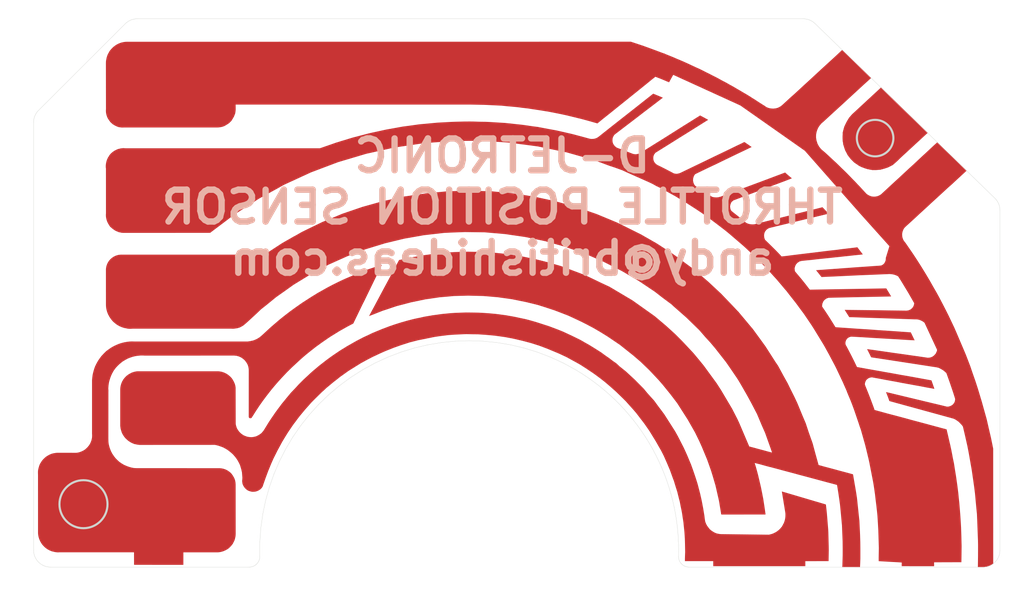
<source format=kicad_pcb>
(kicad_pcb (version 20211014) (generator pcbnew)
  (layers (0 "F.Cu" signal) (31 "B.Cu" signal) (34 "B.Paste" user) (35 "F.Paste" user) (36 "B.SilkS" user "B.Silkscreen") (37 "F.SilkS" user "F.Silkscreen") (38 "B.Mask" user) (39 "F.Mask" user) (44 "Edge.Cuts" user))
  (net 0 "")
  (gr_poly (pts (xy 146.033 96.86) (xy 146.281 96.862) (xy 146.885 96.905) (xy 147.507 96.972) (xy 148.131 97.071) (xy 148.762 97.201) (xy 149.346 97.347) (xy 149.974 97.528) (xy 151.051 97.932) (xy 151.159 97.978) (xy 151.872 98.321) (xy 152.272 98.508) (xy 153.349 99.148) (xy 154.391 99.889) (xy 154.93 100.344) (xy 155.363 100.739) (xy 155.68 101.057) (xy 156.211 101.623) (xy 156.485 101.952) (xy 156.699 102.215) (xy 157.308 103.049) (xy 157.517 103.373) (xy 158.037 104.251) (xy 158.284 104.732) (xy 158.371 104.918) (xy 158.844 106.03) (xy 159.921 106.321) (xy 159.817 106.998) (xy 159.593 106.939) (xy 159.406 106.886) (xy 159.099 106.808) (xy 159.147 106.962) (xy 159.205 107.169) (xy 159.258 107.368) (xy 159.391 107.931) (xy 159.447 108.21) (xy 159.503 108.497) (xy 159.58 108.999) (xy 159.611 109.236) (xy 157.527 109.237) (xy 157.493 109.036) (xy 157.463 108.858) (xy 157.42 108.596) (xy 157.355 108.311) (xy 157.256 107.876) (xy 157.113 107.388) (xy 157.049 107.181) (xy 156.865 106.66) (xy 156.611 106.048) (xy 156.491 105.78) (xy 156.292 105.373) (xy 155.95 104.771) (xy 155.651 104.303) (xy 155.452 103.992) (xy 155.301 103.793) (xy 155.127 103.565) (xy 154.777 103.133) (xy 154.59 102.916) (xy 154.139 102.436) (xy 153.73 102.042) (xy 153.384 101.745) (xy 152.754 101.243) (xy 152.16 100.841) (xy 151.823 100.633) (xy 151.546 100.471) (xy 151.221 100.296) (xy 150.931 100.149) (xy 150.324 99.866) (xy 149.691 99.622) (xy 149.223 99.467) (xy 148.891 99.363) (xy 148.33 99.225) (xy 147.667 99.091) (xy 146.993 98.997) (xy 146.315 98.94) (xy 145.722 98.926) (xy 145.608 98.923) (xy 144.941 98.941) (xy 144.265 99.001) (xy 143.595 99.099) (xy 142.922 99.239) (xy 142.229 99.421) (xy 141.77 99.576) (xy 141.576 99.639) (xy 141.19 99.792) (xy 140.944 99.887) (xy 141.043 99.7) (xy 141.171 99.463) (xy 141.638 98.587) (xy 141.773 98.337) (xy 142.075 97.775) (xy 142.185 97.573) (xy 142.358 97.246) (xy 142.989 97.111) (xy 143.537 97.018) (xy 143.657 96.999) (xy 144.305 96.918) (xy 144.95 96.871) (xy 145.597 96.852)) (layer "F.Cu") (width 0.001) (fill solid))
  (gr_poly (pts (xy 164.305 103.164) (xy 164.345 103.26) (xy 164.462 103.551) (xy 164.562 103.809) (xy 164.696 104.169) (xy 164.745 104.312) (xy 165.067 104.399) (xy 165.373 104.484) (xy 166.044 104.66) (xy 166.446 104.771) (xy 166.926 104.899) (xy 167.923 105.168) (xy 168.088 105.21) (xy 168.136 105.225) (xy 168.157 105.323) (xy 168.182 105.423) (xy 168.259 105.76) (xy 168.311 105.978) (xy 168.36 106.209) (xy 168.401 106.422) (xy 168.438 106.619) (xy 168.479 106.809) (xy 168.508 106.991) (xy 168.539 107.19) (xy 168.572 107.389) (xy 168.594 107.538) (xy 168.614 107.678) (xy 168.651 107.945) (xy 168.685 108.22) (xy 168.709 108.463) (xy 168.732 108.678) (xy 168.753 108.921) (xy 168.776 109.208) (xy 168.791 109.418) (xy 168.802 109.586) (xy 168.816 109.833) (xy 168.822 110.021) (xy 168.83 110.25) (xy 168.836 110.508) (xy 168.842 110.709) (xy 168.84 110.877) (xy 168.837 111.128) (xy 168.831 111.484) (xy 167.547 111.488) (xy 167.547 111.672) (xy 166.022 111.67) (xy 166.022 111.497) (xy 165.797 111.483) (xy 165.572 111.472) (xy 165.159 111.447) (xy 164.939 111.434) (xy 164.938 111.277) (xy 164.946 110.819) (xy 164.937 110.512) (xy 164.92 109.985) (xy 164.907 109.749) (xy 164.892 109.492) (xy 164.879 109.297) (xy 164.86 109.102) (xy 164.845 108.97) (xy 164.825 108.795) (xy 164.781 108.435) (xy 164.765 108.287) (xy 164.705 107.873) (xy 164.669 107.666) (xy 164.5 106.799) (xy 164.467 106.646) (xy 164.334 106.092) (xy 164.288 105.912) (xy 164.25 105.779) (xy 164.1 105.245) (xy 164.039 105.074) (xy 163.993 104.931) (xy 163.78 104.306) (xy 163.684 104.046) (xy 163.614 103.866) (xy 163.512 103.624) (xy 163.46 103.497) (xy 163.454 103.478) (xy 163.443 103.449) (xy 164.289 103.126)) (layer "F.Cu") (width 0.001) (fill solid))
  (gr_poly (pts (xy 145.749 99.719) (xy 145.963 99.722) (xy 146.113 99.725) (xy 146.357 99.739) (xy 146.598 99.756) (xy 146.897 99.783) (xy 147.066 99.804) (xy 147.38 99.847) (xy 147.754 99.912) (xy 148.049 99.975) (xy 148.313 100.03) (xy 148.608 100.109) (xy 148.848 100.18) (xy 149.424 100.366) (xy 149.774 100.498) (xy 150.067 100.614) (xy 150.302 100.723) (xy 150.587 100.858) (xy 150.88 101.002) (xy 151.328 101.257) (xy 151.582 101.414) (xy 151.73 101.508) (xy 151.876 101.601) (xy 152.041 101.723) (xy 152.254 101.871) (xy 152.417 101.996) (xy 152.593 102.118) (xy 152.739 102.256) (xy 153.045 102.501) (xy 153.263 102.704) (xy 153.453 102.879) (xy 153.635 103.064) (xy 153.874 103.305) (xy 154.047 103.514) (xy 154.207 103.693) (xy 154.362 103.863) (xy 154.565 104.141) (xy 154.716 104.341) (xy 154.842 104.511) (xy 155.192 105.059) (xy 155.355 105.316) (xy 155.483 105.545) (xy 155.756 106.079) (xy 155.837 106.254) (xy 155.929 106.46) (xy 155.993 106.615) (xy 156.107 106.888) (xy 156.209 107.173) (xy 156.316 107.488) (xy 156.412 107.793) (xy 156.535 108.266) (xy 156.606 108.583) (xy 156.675 108.945) (xy 156.732 109.294) (xy 156.752 109.453) (xy 156.771 109.569) (xy 156.809 109.67) (xy 156.858 109.764) (xy 156.925 109.853) (xy 156.988 109.933) (xy 157.072 110.002) (xy 157.163 110.061) (xy 157.228 110.096) (xy 157.308 110.127) (xy 157.393 110.146) (xy 157.467 110.157) (xy 157.522 110.161) (xy 159.768 110.188) (xy 159.921 110.149) (xy 160.017 110.108) (xy 160.131 110.045) (xy 160.23 109.97) (xy 160.302 109.9) (xy 160.38 109.808) (xy 160.415 109.745) (xy 160.479 109.624) (xy 160.519 109.502) (xy 160.538 109.405) (xy 160.547 109.312) (xy 160.547 109.197) (xy 160.536 109.113) (xy 160.379 108.151) (xy 162.452 108.763) (xy 162.465 108.877) (xy 162.487 109.065) (xy 162.497 109.16) (xy 162.55 109.805) (xy 162.56 109.932) (xy 162.567 110.063) (xy 162.585 110.72) (xy 162.587 110.841) (xy 162.588 110.933) (xy 162.579 111.433) (xy 161.484 111.434) (xy 161.484 111.669) (xy 157.149 111.67) (xy 157.148 111.433) (xy 155.816 111.433) (xy 155.816 111.308) (xy 155.821 111.158) (xy 155.827 111.006) (xy 155.82 110.624) (xy 155.813 110.388) (xy 155.803 110.216) (xy 155.791 110.049) (xy 155.764 109.793) (xy 155.747 109.62) (xy 155.73 109.503) (xy 155.699 109.31) (xy 155.681 109.177) (xy 155.658 109.055) (xy 155.606 108.804) (xy 155.571 108.62) (xy 155.549 108.543) (xy 155.454 108.163) (xy 155.377 107.921) (xy 155.298 107.659) (xy 155.241 107.509) (xy 155.112 107.149) (xy 154.962 106.795) (xy 154.817 106.468) (xy 154.691 106.22) (xy 154.564 106.001) (xy 154.446 105.792) (xy 154.134 105.285) (xy 153.985 105.071) (xy 153.897 104.945) (xy 153.674 104.655) (xy 153.522 104.456) (xy 153.374 104.284) (xy 153.024 103.893) (xy 152.793 103.665) (xy 152.564 103.443) (xy 152.301 103.21) (xy 152.068 103.01) (xy 151.851 102.839) (xy 151.629 102.673) (xy 151.474 102.563) (xy 151.166 102.356) (xy 150.861 102.161) (xy 150.572 102.002) (xy 150.243 101.821) (xy 149.891 101.656) (xy 149.327 101.421) (xy 148.964 101.284) (xy 148.546 101.152) (xy 148.144 101.046) (xy 147.711 100.945) (xy 147.338 100.875) (xy 146.881 100.811) (xy 146.405 100.767) (xy 146.075 100.746) (xy 145.771 100.743) (xy 145.533 100.736) (xy 144.963 100.761) (xy 144.673 100.782) (xy 144.355 100.821) (xy 144.042 100.866) (xy 143.255 101.025) (xy 142.876 101.121) (xy 142.468 101.251) (xy 142.124 101.373) (xy 141.711 101.537) (xy 141.456 101.65) (xy 141.232 101.757) (xy 141.155 101.79) (xy 140.657 100.897) (xy 140.764 100.844) (xy 140.943 100.762) (xy 141.082 100.693) (xy 141.286 100.608) (xy 141.565 100.493) (xy 141.741 100.427) (xy 141.901 100.366) (xy 142.155 100.279) (xy 142.326 100.225) (xy 142.464 100.182) (xy 142.749 100.101) (xy 142.936 100.052) (xy 143.117 100.008) (xy 143.309 99.969) (xy 143.55 99.915) (xy 143.776 99.877) (xy 143.948 99.846) (xy 144.157 99.819) (xy 144.4 99.786) (xy 144.776 99.75) (xy 144.984 99.736) (xy 145.275 99.724) (xy 145.508 99.717)) (layer "F.Cu") (width 0.001) (fill solid))
  (gr_poly (pts (xy 153.872 87.159) (xy 154.24 87.293) (xy 154.557 87.411) (xy 154.893 87.537) (xy 154.424 88.611) (xy 154.25 88.748) (xy 154.083 88.886) (xy 153.603 89.274) (xy 153.257 89.552) (xy 152.704 89.997) (xy 152.267 90.349) (xy 151.952 90.599) (xy 151.698 90.808) (xy 151.536 90.764) (xy 151.419 90.729) (xy 150.963 90.604) (xy 150.46 90.481) (xy 150.194 90.417) (xy 149.862 90.347) (xy 149.472 90.27) (xy 149.317 90.243) (xy 149.09 90.206) (xy 148.44 90.106) (xy 148.132 90.07) (xy 147.937 90.043) (xy 147.523 90.006) (xy 147.184 89.972) (xy 146.362 89.933) (xy 145.672 89.92) (xy 134.664 89.92) (xy 134.666 90.143) (xy 134.66 90.227) (xy 134.641 90.345) (xy 134.583 90.49) (xy 134.493 90.643) (xy 134.465 90.686) (xy 134.361 90.791) (xy 134.249 90.867) (xy 134.128 90.936) (xy 134.005 90.976) (xy 133.863 90.998) (xy 133.809 91) (xy 129.389 91.001) (xy 129.298 91.003) (xy 129.133 90.978) (xy 128.993 90.917) (xy 128.871 90.842) (xy 128.764 90.744) (xy 128.672 90.614) (xy 128.637 90.557) (xy 128.606 90.48) (xy 128.58 90.4) (xy 128.562 90.317) (xy 128.556 90.234) (xy 128.556 90.17) (xy 128.559 90.144) (xy 128.556 87.965) (xy 128.56 87.864) (xy 128.591 87.705) (xy 128.636 87.571) (xy 128.73 87.398) (xy 128.811 87.3) (xy 128.903 87.207) (xy 129.013 87.124) (xy 129.086 87.079) (xy 129.166 87.04) (xy 129.262 87.005) (xy 129.359 86.981) (xy 129.457 86.965) (xy 129.549 86.961) (xy 153.271 86.958)) (layer "F.Cu") (width 0.001) (fill solid))
  (gr_poly (pts (xy 141.166 101.784) (xy 140.834 101.957) (xy 140.568 102.102) (xy 140.351 102.237) (xy 139.977 102.47) (xy 139.773 102.616) (xy 139.585 102.749) (xy 139.425 102.878) (xy 139.27 102.997) (xy 139.095 103.143) (xy 138.938 103.272) (xy 138.819 103.386) (xy 138.727 103.465) (xy 138.403 103.784) (xy 138.229 103.96) (xy 138.076 104.134) (xy 137.92 104.31) (xy 137.777 104.483) (xy 137.668 104.615) (xy 137.566 104.749) (xy 137.476 104.871) (xy 137.373 105.007) (xy 137.254 105.181) (xy 137.122 105.377) (xy 136.976 105.613) (xy 136.851 105.821) (xy 136.741 106.026) (xy 136.637 106.217) (xy 136.546 106.4) (xy 136.45 106.59) (xy 136.337 106.845) (xy 136.193 107.196) (xy 136.074 107.517) (xy 135.972 107.807) (xy 135.934 107.922) (xy 135.88 107.997) (xy 135.831 108.046) (xy 135.772 108.086) (xy 135.714 108.119) (xy 135.641 108.145) (xy 135.572 108.161) (xy 135.508 108.166) (xy 135.432 108.165) (xy 135.352 108.145) (xy 135.268 108.12) (xy 135.195 108.077) (xy 135.101 107.993) (xy 135.035 107.899) (xy 134.989 107.798) (xy 134.973 107.701) (xy 134.969 107.651) (xy 134.976 107.594) (xy 134.981 107.503) (xy 134.974 107.411) (xy 134.961 107.245) (xy 134.928 107.104) (xy 134.871 106.912) (xy 134.822 106.808) (xy 134.749 106.675) (xy 134.679 106.572) (xy 134.606 106.482) (xy 134.538 106.404) (xy 134.455 106.329) (xy 134.347 106.242) (xy 134.257 106.176) (xy 134.171 106.127) (xy 134.079 106.076) (xy 133.905 106.012) (xy 133.835 105.989) (xy 133.748 105.968) (xy 133.687 105.955) (xy 133.676 105.955) (xy 130.149 105.957) (xy 130.053 105.947) (xy 129.976 105.931) (xy 129.897 105.916) (xy 129.847 105.896) (xy 129.769 105.863) (xy 129.696 105.821) (xy 129.618 105.771) (xy 129.551 105.714) (xy 129.47 105.638) (xy 129.422 105.578) (xy 129.381 105.518) (xy 129.34 105.452) (xy 129.301 105.37) (xy 129.276 105.288) (xy 129.251 105.204) (xy 129.24 105.133) (xy 129.231 105.065) (xy 129.23 105.045) (xy 129.23 103.369) (xy 129.232 103.296) (xy 129.24 103.224) (xy 129.256 103.149) (xy 129.282 103.059) (xy 129.319 102.971) (xy 129.379 102.868) (xy 129.443 102.788) (xy 129.521 102.707) (xy 129.614 102.637) (xy 129.685 102.596) (xy 129.768 102.552) (xy 129.865 102.519) (xy 129.939 102.501) (xy 130.01 102.49) (xy 130.076 102.487) (xy 133.829 102.487) (xy 133.895 102.491) (xy 134.006 102.51) (xy 134.094 102.538) (xy 134.188 102.578) (xy 134.263 102.621) (xy 134.333 102.672) (xy 134.406 102.734) (xy 134.465 102.794) (xy 134.516 102.865) (xy 134.558 102.935) (xy 134.591 103.002) (xy 134.626 103.082) (xy 134.646 103.155) (xy 134.657 103.216) (xy 134.663 103.255) (xy 134.667 104.927) (xy 134.669 104.975) (xy 134.678 105.031) (xy 134.701 105.105) (xy 134.721 105.165) (xy 134.764 105.241) (xy 134.828 105.33) (xy 134.878 105.382) (xy 134.933 105.432) (xy 134.995 105.475) (xy 135.053 105.51) (xy 135.12 105.538) (xy 135.216 105.572) (xy 135.305 105.586) (xy 135.402 105.593) (xy 135.502 105.583) (xy 135.625 105.553) (xy 135.714 105.511) (xy 135.809 105.455) (xy 135.887 105.392) (xy 135.947 105.32) (xy 135.987 105.271) (xy 136.026 105.207) (xy 136.075 105.127) (xy 136.157 104.994) (xy 136.21 104.906) (xy 136.345 104.701) (xy 136.446 104.555) (xy 136.514 104.454) (xy 136.616 104.313) (xy 136.728 104.164) (xy 136.844 104.008) (xy 136.957 103.872) (xy 137.06 103.744) (xy 137.163 103.621) (xy 137.266 103.496) (xy 137.373 103.385) (xy 137.506 103.245) (xy 137.633 103.105) (xy 137.766 102.972) (xy 137.852 102.885) (xy 137.959 102.786) (xy 138.058 102.695) (xy 138.184 102.576) (xy 138.315 102.46) (xy 138.42 102.373) (xy 138.542 102.268) (xy 138.646 102.184) (xy 138.758 102.098) (xy 138.891 101.994) (xy 138.983 101.924) (xy 139.115 101.827) (xy 139.296 101.7) (xy 139.455 101.593) (xy 139.579 101.509) (xy 139.703 101.434) (xy 139.908 101.306) (xy 140.077 101.21) (xy 140.21 101.135) (xy 140.36 101.049) (xy 140.554 100.949) (xy 140.673 100.887)) (layer "F.Cu") (width 0.001) (fill solid))
  (gr_poly (pts (xy 145.852 90.72) (xy 146.139 90.729) (xy 146.445 90.733) (xy 146.514 90.736) (xy 146.65 90.743) (xy 147.106 90.772) (xy 147.34 90.785) (xy 147.841 90.839) (xy 148.092 90.866) (xy 148.146 90.871) (xy 148.675 90.948) (xy 148.893 90.974) (xy 148.977 90.992) (xy 149.379 91.068) (xy 149.733 91.132) (xy 150.256 91.25) (xy 150.511 91.309) (xy 150.817 91.39) (xy 151.181 91.488) (xy 151.322 91.527) (xy 151.407 91.54) (xy 151.469 91.539) (xy 151.558 91.529) (xy 151.642 91.502) (xy 151.708 91.468) (xy 151.738 91.447) (xy 151.792 92.629) (xy 151.587 92.553) (xy 151.163 92.435) (xy 150.817 92.334) (xy 150.443 92.229) (xy 150.244 92.173) (xy 149.569 92.034) (xy 149.193 91.955) (xy 148.899 91.894) (xy 147.748 91.742) (xy 147.535 91.712) (xy 146.186 91.625) (xy 146.056 91.625) (xy 144.819 91.639) (xy 143.497 91.743) (xy 142.128 91.946) (xy 140.808 92.24) (xy 139.482 92.635) (xy 138.256 93.098) (xy 138.198 93.121) (xy 136.963 93.69) (xy 135.75 94.36) (xy 134.57 95.125) (xy 134.213 95.399) (xy 133.486 95.946) (xy 133.467 95.964) (xy 129.488 95.966) (xy 129.394 95.966) (xy 129.308 95.962) (xy 129.16 95.932) (xy 129.004 95.867) (xy 128.871 95.775) (xy 128.756 95.677) (xy 128.689 95.576) (xy 128.628 95.465) (xy 128.601 95.394) (xy 128.578 95.314) (xy 128.564 95.246) (xy 128.557 95.19) (xy 128.555 95.132) (xy 128.556 95.074) (xy 128.559 95.065) (xy 128.558 92.931) (xy 128.55 92.888) (xy 128.549 92.796) (xy 128.56 92.697) (xy 128.578 92.61) (xy 128.606 92.521) (xy 128.652 92.42) (xy 128.731 92.294) (xy 128.795 92.221) (xy 128.882 92.146) (xy 128.969 92.089) (xy 129.048 92.049) (xy 129.127 92.015) (xy 129.26 91.984) (xy 129.374 91.972) (xy 129.446 91.977) (xy 129.496 91.979) (xy 138.632 91.979) (xy 138.835 91.908) (xy 139.396 91.713) (xy 140.009 91.526) (xy 140.174 91.476) (xy 140.95 91.273) (xy 141.737 91.101) (xy 142.516 90.96) (xy 143.322 90.85) (xy 144.005 90.787) (xy 144.151 90.773) (xy 144.852 90.735) (xy 145.04 90.729) (xy 145.421 90.72) (xy 145.684 90.718)) (layer "F.Cu") (width 0.001) (fill solid))
  (gr_poly (pts (xy 146.568 94.004) (xy 146.745 94.01) (xy 147.674 94.097) (xy 148.689 94.253) (xy 149.699 94.47) (xy 150.706 94.751) (xy 151.664 95.081) (xy 152.629 95.482) (xy 153.754 96.042) (xy 154.489 96.463) (xy 155.187 96.915) (xy 155.462 97.11) (xy 155.747 97.325) (xy 156.117 97.597) (xy 156.281 97.723) (xy 156.91 98.262) (xy 157.513105 98.823931) (xy 158.029 99.363) (xy 158.353 99.706) (xy 156.765 100.866) (xy 156.489 100.547) (xy 156.009 100.08) (xy 155.897 99.97) (xy 155.278 99.425) (xy 155.183 99.335) (xy 154.754 99.016) (xy 154.41 98.747) (xy 153.642 98.231) (xy 152.881 97.784) (xy 152.793 97.736) (xy 151.959 97.315) (xy 151.34 97.046) (xy 151.104 96.944) (xy 150.917 96.883) (xy 150.303 96.668) (xy 150.193 96.625) (xy 149.537 96.445) (xy 149.246 96.359) (xy 148.498 96.203) (xy 148.295 96.16) (xy 147.346 96.022) (xy 146.394 95.94) (xy 145.457 95.928) (xy 144.801 95.952) (xy 144.469 95.968) (xy 143.526 96.076) (xy 142.59 96.241) (xy 141.696 96.458) (xy 140.776 96.739) (xy 139.914 97.07) (xy 139.055 97.455) (xy 138.239 97.892) (xy 137.388 98.413) (xy 136.965 98.716) (xy 136.574 98.991) (xy 136.118 99.364) (xy 135.862 99.566) (xy 135.652 99.767) (xy 135.311 100.081) (xy 135.183 100.198) (xy 135.106 100.264) (xy 135.029 100.328) (xy 134.95 100.377) (xy 134.841 100.431) (xy 134.726 100.462) (xy 134.645 100.472) (xy 134.584 100.481) (xy 134.515 100.482) (xy 134.45 100.479) (xy 129.817 100.479) (xy 129.759 100.483) (xy 129.68 100.487) (xy 129.588 100.48) (xy 129.42 100.446) (xy 129.309 100.412) (xy 129.197 100.364) (xy 129.095 100.307) (xy 129.019 100.253) (xy 128.943 100.19) (xy 128.9 100.153) (xy 128.854 100.103) (xy 128.796 100.03) (xy 128.744 99.958) (xy 128.712 99.904) (xy 128.664 99.817) (xy 128.637 99.753) (xy 128.612 99.687) (xy 128.587 99.594) (xy 128.57 99.515) (xy 128.56 99.417) (xy 128.558 99.361) (xy 128.557 97.715) (xy 128.558 97.662) (xy 128.565 97.607) (xy 128.577 97.542) (xy 128.604 97.46) (xy 128.636 97.386) (xy 128.676 97.318) (xy 128.715 97.266) (xy 128.764 97.209) (xy 128.834 97.147) (xy 128.924 97.086) (xy 129.009 97.044) (xy 129.117 97.01) (xy 129.199 96.996) (xy 129.282 96.991) (xy 129.317 96.992) (xy 136.017 96.992) (xy 136.099 96.938) (xy 136.234 96.852) (xy 136.447 96.714) (xy 136.592 96.619) (xy 136.751 96.515) (xy 136.879 96.433) (xy 137.011 96.358) (xy 137.152 96.278) (xy 137.247 96.224) (xy 137.39 96.142) (xy 137.497 96.085) (xy 137.619 96.015) (xy 137.781 95.923) (xy 137.905 95.862) (xy 138.077 95.777) (xy 138.581 95.533) (xy 138.743 95.454) (xy 138.973 95.36) (xy 139.501 95.142) (xy 139.676 95.068) (xy 140.628 94.742) (xy 141.601 94.47) (xy 142.604 94.252) (xy 143.625 94.102) (xy 144.612 94.009) (xy 145.631 93.976)) (layer "F.Cu") (width 0.001) (fill solid))
  (gr_poly (pts (xy 141.509 97.55) (xy 141.442 97.688) (xy 140.722 99.172) (xy 140.638 99.337) (xy 140.202 100.238) (xy 140.101 100.29) (xy 139.891 100.402) (xy 139.748 100.482) (xy 139.546 100.597) (xy 139.395 100.691) (xy 139.259 100.775) (xy 139.128 100.856) (xy 139.03 100.921) (xy 138.686 101.159) (xy 138.579 101.238) (xy 138.477 101.311) (xy 138.395 101.372) (xy 138.328 101.427) (xy 138.198 101.527) (xy 138.09 101.615) (xy 137.967 101.714) (xy 137.848 101.817) (xy 137.739 101.912) (xy 137.652 101.991) (xy 137.309 102.31) (xy 137.086 102.53) (xy 136.942 102.682) (xy 136.84 102.79) (xy 136.661 102.987) (xy 136.492 103.183) (xy 136.346 103.358) (xy 136.103 103.67) (xy 135.941 103.888) (xy 135.795 104.094) (xy 135.606 104.38) (xy 135.484 104.575) (xy 135.421 104.67) (xy 135.412 104.686) (xy 135.385 104.698) (xy 135.353 104.703) (xy 135.332 104.7) (xy 135.312 104.689) (xy 135.293 104.67) (xy 135.283 104.647) (xy 135.281 104.638) (xy 135.282 102.425) (xy 135.276 102.357) (xy 135.259 102.27) (xy 135.24 102.208) (xy 135.211 102.142) (xy 135.164 102.064) (xy 135.122 102.01) (xy 135.075 101.953) (xy 135.01 101.899) (xy 134.958 101.862) (xy 134.902 101.826) (xy 134.854 101.806) (xy 134.8 101.784) (xy 134.747 101.768) (xy 134.692 101.756) (xy 134.593 101.747) (xy 130.388 101.749) (xy 130.294 101.743) (xy 130.176 101.745) (xy 130.066 101.756) (xy 129.964 101.77) (xy 129.828 101.801) (xy 129.711 101.84) (xy 129.595 101.884) (xy 129.471 101.95) (xy 129.333 102.035) (xy 129.188 102.154) (xy 129.092 102.249) (xy 129.02 102.327) (xy 128.929 102.449) (xy 128.844 102.601) (xy 128.796 102.708) (xy 128.755 102.82) (xy 128.726 102.915) (xy 128.701 103.006) (xy 128.678 103.163) (xy 128.668 103.296) (xy 128.675 103.4) (xy 128.673 103.473) (xy 128.671 105.659) (xy 128.675 105.81) (xy 128.689 105.923) (xy 128.717 106.037) (xy 128.745 106.125) (xy 128.796 106.255) (xy 128.86 106.376) (xy 128.943 106.498) (xy 129.015 106.588) (xy 129.09 106.665) (xy 129.191 106.757) (xy 129.3 106.832) (xy 129.404 106.895) (xy 129.538 106.953) (xy 129.661 106.996) (xy 129.76 107.024) (xy 129.861 107.044) (xy 129.958 107.051) (xy 130.042 107.053) (xy 133.907 107.054) (xy 133.995 107.061) (xy 134.087 107.08) (xy 134.187 107.113) (xy 134.29 107.167) (xy 134.368 107.22) (xy 134.434 107.276) (xy 134.481 107.327) (xy 134.545 107.422) (xy 134.6 107.522) (xy 134.636 107.619) (xy 134.65 107.692) (xy 134.658 107.735) (xy 134.662 107.801) (xy 134.664 107.827) (xy 134.666 110.161) (xy 134.659 110.255) (xy 134.635 110.37) (xy 134.608 110.459) (xy 134.529 110.617) (xy 134.477 110.685) (xy 134.417 110.752) (xy 134.337 110.83) (xy 134.254 110.885) (xy 134.177 110.926) (xy 134.09 110.964) (xy 133.983 110.997) (xy 133.896 111.012) (xy 133.825 111.019) (xy 132.203 111.018) (xy 132.202 111.609) (xy 129.882 111.607) (xy 129.879 111.017) (xy 126.362 111.017) (xy 126.293 111.021) (xy 126.191 111.011) (xy 126.127 110.999) (xy 125.994 110.966) (xy 125.902 110.927) (xy 125.83 110.889) (xy 125.771 110.851) (xy 125.705 110.802) (xy 125.651 110.753) (xy 125.599 110.698) (xy 125.573 110.67) (xy 125.539 110.625) (xy 125.507 110.577) (xy 125.472 110.516) (xy 125.451 110.472) (xy 125.426 110.414) (xy 125.413 110.383) (xy 125.393 110.316) (xy 125.38 110.267) (xy 125.372 110.222) (xy 125.364 110.164) (xy 125.361 110.121) (xy 125.36 107.369) (xy 125.357 107.303) (xy 125.357 107.208) (xy 125.367 107.121) (xy 125.385 107.046) (xy 125.41 106.961) (xy 125.432 106.895) (xy 125.468 106.825) (xy 125.507 106.762) (xy 125.536 106.718) (xy 125.573 106.67) (xy 125.614 106.624) (xy 125.668 106.572) (xy 125.718 106.527) (xy 125.776 106.487) (xy 125.842 106.446) (xy 125.915 106.408) (xy 125.986 106.38) (xy 126.066 106.356) (xy 126.133 106.344) (xy 126.198 106.333) (xy 126.261 106.328) (xy 126.297 106.327) (xy 127.16 106.329) (xy 127.214 106.322) (xy 127.293 106.305) (xy 127.368 106.281) (xy 127.442 106.249) (xy 127.51 106.214) (xy 127.577 106.169) (xy 127.616 106.135) (xy 127.667 106.088) (xy 127.708 106.043) (xy 127.75 105.991) (xy 127.786 105.938) (xy 127.816 105.889) (xy 127.841 105.829) (xy 127.869 105.761) (xy 127.89 105.678) (xy 127.901 105.62) (xy 127.905 105.563) (xy 127.907 105.502) (xy 127.904 105.451) (xy 127.903 105.418) (xy 127.903 102.91) (xy 127.914 102.786) (xy 127.929 102.669) (xy 127.948 102.578) (xy 127.97 102.491) (xy 128.013 102.346) (xy 128.052 102.244) (xy 128.109 102.129) (xy 128.172 102.015) (xy 128.231 101.923) (xy 128.344 101.77) (xy 128.461 101.645) (xy 128.575 101.533) (xy 128.652 101.478) (xy 128.784 101.384) (xy 128.888 101.322) (xy 128.97 101.28) (xy 129.136 101.206) (xy 129.239 101.171) (xy 129.352 101.138) (xy 129.461 101.115) (xy 129.577 101.096) (xy 129.667 101.086) (xy 129.759 101.081) (xy 129.943 101.085) (xy 135.226 101.085) (xy 135.348 101.068) (xy 135.506 101.032) (xy 135.666 100.963) (xy 135.796 100.881) (xy 135.897 100.796) (xy 135.995 100.707) (xy 136.174 100.54) (xy 136.342 100.387) (xy 136.512 100.241) (xy 136.723 100.06) (xy 136.871 99.94) (xy 137.048 99.802) (xy 137.217 99.672) (xy 137.361 99.567) (xy 137.53 99.446) (xy 137.666 99.35) (xy 137.806 99.253) (xy 138.224 98.983) (xy 138.394 98.879) (xy 138.531 98.794) (xy 138.681 98.71) (xy 138.785 98.652) (xy 138.997 98.532) (xy 139.212 98.419) (xy 139.469 98.291) (xy 139.663 98.198) (xy 139.858 98.11) (xy 140.492 97.839) (xy 140.633 97.783) (xy 140.755 97.738) (xy 140.903 97.683) (xy 141.039 97.637) (xy 141.448 97.501) (xy 141.522 97.477) (xy 141.546 97.471)) (layer "F.Cu") (width 0.001) (fill solid))
  (gr_poly (pts (xy 154.777 89.595) (xy 154.481 89.824) (xy 153.916 90.254) (xy 153.619 90.484) (xy 152.505 91.335) (xy 152.462 91.391) (xy 152.416 91.488) (xy 152.406 91.558) (xy 152.404 91.627) (xy 152.417 91.712) (xy 152.442 91.775) (xy 152.474 91.827) (xy 152.516 91.877) (xy 152.567 91.922) (xy 152.615 91.953) (xy 152.666 91.973) (xy 152.907 92.062) (xy 153.094 92.135) (xy 153.272 92.207) (xy 153.39 92.25) (xy 153.498 92.263) (xy 153.594 92.248) (xy 153.679 92.222) (xy 153.764 92.172) (xy 154.091 91.966) (xy 154.418 91.761) (xy 154.727 91.569) (xy 155.125 91.318) (xy 155.745 90.925) (xy 156.058 90.731) (xy 156.332 90.557) (xy 156.533 90.433) (xy 156.911 90.639) (xy 156.809 90.702) (xy 156.65 90.802) (xy 155.855 91.301) (xy 155.559 91.484) (xy 155.221 91.697) (xy 155.027 91.819) (xy 154.45 92.178) (xy 154.416 92.205) (xy 154.363 92.28) (xy 154.333 92.36) (xy 154.326 92.432) (xy 154.329 92.503) (xy 154.35 92.58) (xy 154.385 92.645) (xy 154.419 92.687) (xy 154.463 92.728) (xy 154.519 92.767) (xy 154.55 92.781) (xy 154.706 92.857) (xy 154.9 92.955) (xy 155.077 93.048) (xy 155.226 93.127) (xy 155.279 93.156) (xy 155.338 93.175) (xy 155.437 93.182) (xy 155.536 93.164) (xy 155.619 93.131) (xy 155.659 93.111) (xy 156.254 92.823) (xy 156.496 92.708) (xy 156.742 92.59) (xy 157.225 92.354) (xy 157.596 92.177) (xy 157.969 91.998) (xy 158.228 91.871) (xy 158.456 91.763) (xy 158.615 91.683) (xy 158.864 91.854) (xy 158.956 91.92) (xy 158.699 92.045) (xy 158.477 92.151) (xy 158.009 92.376) (xy 157.759 92.496) (xy 157.542 92.601) (xy 157.303 92.718) (xy 156.87 92.923) (xy 156.576 93.064) (xy 156.341 93.179) (xy 156.295 93.202) (xy 156.26 93.251) (xy 156.232 93.305) (xy 156.202 93.403) (xy 156.197 93.505) (xy 156.216 93.598) (xy 156.241 93.66) (xy 156.263 93.7) (xy 156.289 93.733) (xy 156.31 93.757) (xy 156.509 93.88) (xy 156.737 94.028) (xy 156.9 94.138) (xy 156.99 94.198) (xy 157.088 94.264) (xy 157.127 94.276) (xy 157.212 94.292) (xy 157.3 94.296) (xy 157.379 94.29) (xy 157.484 94.264) (xy 157.56 94.236) (xy 157.763 94.159) (xy 158.048 94.055) (xy 158.35 93.939) (xy 159.054 93.677) (xy 159.577 93.482) (xy 160.113 93.28) (xy 160.418 93.166) (xy 160.532 93.121) (xy 160.604 93.186) (xy 160.698 93.267) (xy 160.795 93.349) (xy 160.85 93.398) (xy 160.709 93.451) (xy 160.572 93.505) (xy 159.961 93.734) (xy 159.665 93.846) (xy 159.233 94.009) (xy 158.629 94.235) (xy 158.345 94.343) (xy 158.096 94.437) (xy 158.005 94.518) (xy 157.962 94.62) (xy 157.941 94.712) (xy 157.949 94.786) (xy 157.964 94.854) (xy 157.991 94.913) (xy 158.013 94.94) (xy 157.388 95.602) (xy 157.138 95.415) (xy 156.9 95.238) (xy 156.626 95.041) (xy 156.398 94.888) (xy 156.185 94.75) (xy 156.014 94.64) (xy 155.89 94.56) (xy 155.754 94.475) (xy 155.594 94.384) (xy 155.402 94.261) (xy 155.189 94.144) (xy 154.668 93.854) (xy 154.462 93.756) (xy 154.319 93.674) (xy 154.172 93.602) (xy 153.925 93.492) (xy 153.721 93.4) (xy 153.549 93.325) (xy 153.368 93.244) (xy 153.202 93.169) (xy 153.026 93.091) (xy 152.879 93.021) (xy 152.534 92.895) (xy 152.249 92.801) (xy 152.007 92.711) (xy 151.814 92.638) (xy 151.792 92.629) (xy 151.759 92.617) (xy 151.708 91.468) (xy 151.738 91.448) (xy 151.977 91.257) (xy 152.376 90.94) (xy 153.471 90.079) (xy 153.858 89.773) (xy 154.323 89.406)) (layer "F.Cu") (width 0.001) (fill solid))
  (gr_poly (pts (xy 167.24 91.25) (xy 165.94 92.45) (xy 165.84 92.55) (xy 165.72 92.66) (xy 165.59 92.77) (xy 165.37 92.88) (xy 165.22 92.93) (xy 165 92.99) (xy 164.81 93) (xy 164.63 93) (xy 164.42 92.96) (xy 164.29 92.92) (xy 164.13 92.86) (xy 164.01 92.8) (xy 163.91 92.73) (xy 163.79 92.65) (xy 163.62 92.48) (xy 163.48 92.3) (xy 163.43 92.2) (xy 163.37 92.09) (xy 163.33 91.98) (xy 163.3 91.88) (xy 163.27 91.79) (xy 163.26 91.7) (xy 163.25 91.64) (xy 163.24 91.51) (xy 163.24 91.41) (xy 163.25 91.33) (xy 163.25 91.24) (xy 163.27 91.15) (xy 163.32 90.97) (xy 163.37 90.86) (xy 163.43 90.74) (xy 163.5 90.62) (xy 163.55 90.54) (xy 163.61 90.47) (xy 163.69 90.38) (xy 165.05 89.12)) (layer "F.Cu") (width 0.01) (fill solid))
  (gr_poly (pts (xy 158.401 99.764) (xy 158.684 100.102) (xy 158.934 100.402) (xy 159.005 100.484) (xy 159.385 101.004) (xy 159.611 101.317) (xy 160.084 102.056) (xy 160.2 102.226) (xy 160.466 102.716) (xy 160.653 103.052) (xy 160.79 103.333) (xy 160.967 103.686) (xy 161.106 103.981) (xy 161.354 104.584) (xy 161.503 104.934) (xy 161.646 105.367) (xy 161.829 105.882) (xy 161.951 106.337) (xy 162.109 106.906) (xy 163.729 107.342) (xy 163.793 107.713) (xy 163.865 108.128) (xy 163.915 108.449) (xy 164.03 109.54) (xy 164.06 110.156) (xy 164.072 110.549) (xy 164.075 110.845) (xy 164.075 111.327) (xy 164.063 111.631) (xy 164.057 111.715) (xy 163.226 111.713) (xy 163.236 111.398) (xy 163.243 111.161) (xy 163.244 110.852) (xy 163.24 110.493) (xy 163.222 110.078) (xy 163.209 109.742) (xy 163.175 109.38) (xy 163.147 109.074) (xy 163.115 108.758) (xy 163.057 108.346) (xy 163.007 108.023) (xy 162.976 107.844) (xy 159.806 106.993) (xy 159.901 106.315) (xy 159.918 106.319) (xy 159.858 106.141) (xy 159.59 105.391) (xy 159.439 105.05) (xy 159.279 104.669) (xy 159.209 104.503) (xy 158.945 103.996) (xy 158.815 103.756) (xy 158.717 103.579) (xy 158.46 103.131) (xy 158.344 102.934) (xy 158.261 102.804) (xy 157.919 102.301) (xy 157.748 102.055) (xy 157.239 101.405) (xy 157.007 101.13) (xy 156.799 100.904) (xy 156.752 100.851) (xy 158.333 99.684)) (layer "F.Cu") (width 0.001) (fill solid))
  (gr_poly (pts (xy 162.581 95.061) (xy 159.795 95.734) (xy 159.725 95.767) (xy 159.653 95.822) (xy 159.6 95.888) (xy 159.561 95.965) (xy 159.542 96.062) (xy 159.547 96.17) (xy 159.568 96.244) (xy 159.594 96.301) (xy 159.612 96.314) (xy 159.964 96.659) (xy 160.113 96.808) (xy 160.264 96.965) (xy 160.368 97.078) (xy 160.668 97.042) (xy 161.098 96.988) (xy 162.326 96.839) (xy 162.578 96.807) (xy 162.91 96.771) (xy 163.179 96.735) (xy 163.935 96.645) (xy 164.082 96.838) (xy 164.163 96.942) (xy 164.19 96.981) (xy 164.065 96.995) (xy 163.875 97.014) (xy 163.196 97.087) (xy 162.844 97.125) (xy 162.212 97.19) (xy 161.876 97.228) (xy 161.56 97.261) (xy 161.316 97.286) (xy 161.211 97.313) (xy 161.113 97.378) (xy 161.044 97.456) (xy 161.006 97.534) (xy 160.979 97.634) (xy 160.985 97.695) (xy 160.991 97.757) (xy 161.007 97.787) (xy 161.015 97.8) (xy 161.306 98.145) (xy 161.395 98.257) (xy 161.464 98.342) (xy 161.638 98.568) (xy 161.697 98.642) (xy 165.295 98.582) (xy 165.417 98.779) (xy 165.524 98.961) (xy 165.375 98.965) (xy 164.707 98.978) (xy 164.477 98.983) (xy 163.18 99.011) (xy 162.781 99.018) (xy 162.577 99.024) (xy 162.5 99.051) (xy 162.433 99.09) (xy 162.376 99.139) (xy 162.333 99.195) (xy 162.29 99.293) (xy 162.279 99.352) (xy 162.274 99.409) (xy 162.278 99.442) (xy 162.41 99.634) (xy 162.533 99.82) (xy 162.635 99.977) (xy 162.805 100.251) (xy 162.906 100.412) (xy 163.123 100.426) (xy 163.721 100.467) (xy 163.941 100.482) (xy 164.137 100.495) (xy 164.681 100.531) (xy 164.907 100.549) (xy 165.331 100.576) (xy 165.545 100.59) (xy 166.368 100.649) (xy 166.45 100.653) (xy 166.63 101.029) (xy 166.461 101.021) (xy 166.277 101.01) (xy 165.415 100.958) (xy 165.169 100.944) (xy 164.966 100.933) (xy 163.911 100.869) (xy 163.655 100.855) (xy 163.578 100.87) (xy 163.482 100.921) (xy 163.435 100.973) (xy 163.401 101.028) (xy 163.377 101.102) (xy 163.37 101.164) (xy 163.377 101.212) (xy 163.39 101.254) (xy 163.424 101.31) (xy 163.649 101.741) (xy 163.776 101.994) (xy 163.916 102.287) (xy 164.431 102.38) (xy 165.181 102.513) (xy 165.388 102.549) (xy 166.026 102.665) (xy 166.371 102.724) (xy 166.938 102.827) (xy 167.279 102.89) (xy 167.42 102.914) (xy 167.482 103.085) (xy 167.561 103.316) (xy 167.372 103.282) (xy 167.184 103.248) (xy 166.891 103.191) (xy 166.727 103.162) (xy 166.527 103.126) (xy 166.027 103.035) (xy 165.748 102.98) (xy 165.582 102.951) (xy 165.399 102.917) (xy 165.221 102.885) (xy 165.027 102.847) (xy 164.716 102.791) (xy 164.629 102.774) (xy 164.576 102.777) (xy 164.523 102.79) (xy 164.455 102.816) (xy 164.404 102.854) (xy 164.352 102.904) (xy 164.324 102.955) (xy 164.296 103.028) (xy 164.289 103.079) (xy 164.289 103.126) (xy 164.299 103.148) (xy 164.305 103.164) (xy 163.454 103.478) (xy 163.417 103.384) (xy 163.306 103.134) (xy 163.257 103.02) (xy 162.949 102.368) (xy 162.88 102.229) (xy 162.597 101.695) (xy 162.403 101.342) (xy 162.322 101.202) (xy 161.867 100.457) (xy 161.77 100.306) (xy 161.66 100.143) (xy 161.414 99.781) (xy 161.25 99.56) (xy 161.04 99.274) (xy 160.749 98.905) (xy 160.593 98.703) (xy 160.504 98.601) (xy 160.378 98.45) (xy 160.227 98.272) (xy 160.135 98.163) (xy 160.015 98.032) (xy 159.868 97.869) (xy 159.59 97.569) (xy 159.449 97.427) (xy 159.291 97.267) (xy 159.023 97.005) (xy 158.706 96.705) (xy 158.552 96.566) (xy 158.067 96.149) (xy 157.835 95.951) (xy 157.618 95.779) (xy 157.442 95.645) (xy 157.388 95.601) (xy 157.356 95.577) (xy 157.991 94.913) (xy 158.013 94.94) (xy 158.026 94.95) (xy 158.37 95.221) (xy 158.543 95.359) (xy 158.676 95.474) (xy 158.709 95.498) (xy 158.761 95.522) (xy 158.843 95.549) (xy 158.94 95.564) (xy 159.03 95.567) (xy 159.093 95.559) (xy 159.168 95.541) (xy 159.199 95.531) (xy 162.292 94.757)) (layer "F.Cu") (width 0.001) (fill solid))
  (gr_poly (pts (xy 164.582 88.668) (xy 164.417 88.819) (xy 164.205 89.011) (xy 163.215 89.924) (xy 162.804 90.299) (xy 162.328 90.737) (xy 162.256 90.795) (xy 162.17 90.894) (xy 162.114 90.973) (xy 162.072 91.051) (xy 162.03 91.158) (xy 162.006 91.252) (xy 161.991 91.333) (xy 161.989 91.421) (xy 161.989 91.482) (xy 162.009 91.608) (xy 162.034 91.687) (xy 162.058 91.764) (xy 162.128 91.893) (xy 162.174 91.953) (xy 162.222 92.013) (xy 162.263 92.051) (xy 162.409 92.174) (xy 162.565 92.317) (xy 162.766 92.505) (xy 162.937 92.662) (xy 163.067 92.788) (xy 163.173 92.894) (xy 163.314 93.029) (xy 163.407 93.119) (xy 163.516 93.23) (xy 163.589 93.305) (xy 163.726 93.448) (xy 163.829 93.551) (xy 163.939 93.67) (xy 164.044 93.778) (xy 164.144 93.888) (xy 164.299 94.056) (xy 164.358 94.12) (xy 164.414 94.162) (xy 164.482 94.203) (xy 164.602 94.249) (xy 164.7 94.259) (xy 164.786 94.256) (xy 164.871 94.238) (xy 164.933 94.217) (xy 165.021 94.169) (xy 165.077 94.125) (xy 165.124 94.079) (xy 165.16 94.047) (xy 165.315 93.903) (xy 165.659 93.584) (xy 165.854 93.406) (xy 166.363 92.933) (xy 166.629 92.69) (xy 166.971 92.368) (xy 167.194 92.163) (xy 167.55 91.83) (xy 167.699 91.698) (xy 169.078 93.035) (xy 168.901 93.199) (xy 168.706 93.379) (xy 168.377 93.685) (xy 168.211 93.83) (xy 168.024 94.004) (xy 167.397 94.578) (xy 167.249 94.717) (xy 166.826 95.104) (xy 166.631 95.286) (xy 166.37 95.525) (xy 166.239 95.643) (xy 166.165 95.713) (xy 166.12 95.772) (xy 166.099 95.815) (xy 166.07 95.885) (xy 166.053 95.949) (xy 166.042 96.014) (xy 166.046 96.128) (xy 166.056 96.175) (xy 166.067 96.213) (xy 166.103 96.305) (xy 166.136 96.356) (xy 166.173 96.402) (xy 166.193 96.425) (xy 166.526 96.91) (xy 166.649 97.095) (xy 166.734 97.225) (xy 166.927 97.528) (xy 167.075 97.768) (xy 167.199 97.972) (xy 167.348 98.224) (xy 167.524 98.536) (xy 167.661 98.773) (xy 167.795 99.018) (xy 167.897 99.213) (xy 167.978 99.368) (xy 168.128 99.662) (xy 168.225 99.855) (xy 168.495 100.423) (xy 168.606 100.679) (xy 168.954 101.497) (xy 169.044 101.71) (xy 169.254 102.258) (xy 169.339 102.512) (xy 169.492 102.949) (xy 169.605 103.297) (xy 169.792 103.918) (xy 170.024 104.751) (xy 170.122 105.181) (xy 170.222 105.609) (xy 170.328 106.129) (xy 170.328 106.188) (xy 170.33 111.554) (xy 170.263 111.599) (xy 170.183 111.64) (xy 170.078 111.68) (xy 169.996 111.699) (xy 169.933 111.71) (xy 169.866 111.715) (xy 169.81 111.715) (xy 169.608 111.714) (xy 169.615 111.197) (xy 169.617 110.693) (xy 169.613 110.475) (xy 169.575 109.478) (xy 169.563 109.203) (xy 169.538 108.96) (xy 169.471 108.237) (xy 169.428 107.899) (xy 169.319 107.143) (xy 169.179 106.345) (xy 169.116 106.02) (xy 168.991 105.467) (xy 168.904 105.097) (xy 168.862 105.034) (xy 168.773 104.939) (xy 168.71 104.875) (xy 168.61 104.801) (xy 168.51 104.74) (xy 168.459 104.72) (xy 165.441 103.891) (xy 165.377 103.71) (xy 165.317 103.556) (xy 165.283 103.465) (xy 165.376 103.487) (xy 165.804 103.59) (xy 166.178 103.68) (xy 167.39 103.971) (xy 167.844 104.08) (xy 168.148 104.153) (xy 168.231 104.151) (xy 168.322 104.122) (xy 168.413 104.068) (xy 168.468 104.007) (xy 168.509 103.943) (xy 168.527 103.884) (xy 168.537 103.817) (xy 168.536 103.783) (xy 168.526 103.751) (xy 168.443 103.487) (xy 168.278 103.001) (xy 168.127 102.578) (xy 168.077 102.528) (xy 168.006 102.467) (xy 167.925 102.411) (xy 167.847 102.368) (xy 167.771 102.328) (xy 167.705 102.311) (xy 167.685 102.305) (xy 164.582 101.828) (xy 164.51 101.677) (xy 164.421 101.503) (xy 164.392 101.442) (xy 164.501 101.458) (xy 164.711 101.486) (xy 165.641 101.621) (xy 165.927 101.66) (xy 166.437 101.733) (xy 166.735 101.775) (xy 167.027 101.817) (xy 167.249 101.849) (xy 167.362 101.84) (xy 167.457 101.805) (xy 167.535 101.751) (xy 167.624 101.654) (xy 167.676 101.538) (xy 167.684 101.506) (xy 167.687 101.477) (xy 167.667 101.432) (xy 167.097 100.205) (xy 167.066 100.178) (xy 167.017 100.141) (xy 166.909 100.086) (xy 166.853 100.065) (xy 166.786 100.048) (xy 166.725 100.042) (xy 166.688 100.041) (xy 166.63 100.041) (xy 163.552 99.936) (xy 163.479 99.82) (xy 163.402 99.699) (xy 163.337 99.594) (xy 163.475 99.596) (xy 163.564 99.597) (xy 164.84 99.611) (xy 165.373 99.62) (xy 166.249 99.63) (xy 166.347 99.616) (xy 166.438 99.574) (xy 166.517 99.508) (xy 166.576 99.422) (xy 166.606 99.324) (xy 166.61 99.276) (xy 166.589 99.242) (xy 166.322 98.777) (xy 165.968 98.192) (xy 165.852 98.014) (xy 165.82 97.997) (xy 165.72 97.952) (xy 165.635 97.928) (xy 165.541 97.912) (xy 165.473 97.907) (xy 165.434 97.905) (xy 165.373 97.909) (xy 164.117 97.96) (xy 163.55 97.986) (xy 162.835 98.021) (xy 162.531 98.032) (xy 162.247 98.047) (xy 162.115 97.882) (xy 161.989 97.724) (xy 162.184 97.71) (xy 162.444 97.692) (xy 163.605 97.607) (xy 164.124 97.57) (xy 164.991 97.51) (xy 165.068 97.5) (xy 165.146 97.454) (xy 165.206 97.393) (xy 165.26 97.284) (xy 165.274 97.199) (xy 165.272 97.148) (xy 165.443 96.594) (xy 164.057 95.048) (xy 161.461 92.097) (xy 158.427 89.964) (xy 155.264 88.519) (xy 155.069 88.872) (xy 154.88 88.793) (xy 154.719 88.723) (xy 154.536 88.653) (xy 154.434 88.612) (xy 154.409 88.598) (xy 154.375 88.532) (xy 154.807 87.505) (xy 154.893 87.538) (xy 155.225 87.672) (xy 155.496 87.788) (xy 155.735 87.888) (xy 156.001 88.01) (xy 156.318 88.157) (xy 156.534 88.255) (xy 156.841 88.411) (xy 156.985 88.481) (xy 157.119 88.551) (xy 157.28 88.631) (xy 157.409 88.699) (xy 157.571 88.79) (xy 157.762 88.89) (xy 157.906 88.972) (xy 158.039 89.044) (xy 158.608 89.377) (xy 158.723 89.445) (xy 158.826 89.506) (xy 159 89.618) (xy 159.149 89.711) (xy 159.242 89.774) (xy 159.319 89.822) (xy 159.373 89.858) (xy 159.462 89.914) (xy 159.558 89.973) (xy 159.605 90.007) (xy 159.666 90.046) (xy 159.736 90.074) (xy 159.796 90.091) (xy 159.878 90.105) (xy 159.973 90.111) (xy 160.087 90.099) (xy 160.186 90.073) (xy 160.297 90.018) (xy 160.379 89.958) (xy 160.575 89.779) (xy 160.766 89.602) (xy 160.976 89.416) (xy 161.42 89.005) (xy 161.694 88.755) (xy 162.2 88.286) (xy 162.444 88.062) (xy 162.673 87.853) (xy 162.86 87.682) (xy 163.222 87.344)) (layer "F.Cu") (width 0.001) (fill solid))
  (gr_line (start 170.647324 94.904038) (end 170.647324 110.91478) (layer "Edge.Cuts") (width 0.014))
  (gr_line (start 125.174814 111.109765) (end 125.1662 111.071566) (layer "Edge.Cuts") (width 0.014))
  (gr_line (start 146.954528 101.133095) (end 147.597792 101.240136) (layer "Edge.Cuts") (width 0.014))
  (gr_line (start 153.960082 105.588506) (end 154.130965 105.865169) (layer "Edge.Cuts") (width 0.014))
  (gr_line (start 135.8 111.2) (end 135.802916 110.529658) (layer "Edge.Cuts") (width 0.014))
  (gr_line (start 125.227392 90.417303) (end 125.244932 90.382417) (layer "Edge.Cuts") (width 0.014))
  (gr_line (start 125.159454 90.640993) (end 125.1662 90.602328) (layer "Edge.Cuts") (width 0.014))
  (gr_line (start 170.41301 111.480468) (end 170.384264 111.507823) (layer "Edge.Cuts") (width 0.014))
  (gr_line (start 161.757193 85.970191) (end 161.790786 85.988782) (layer "Edge.Cuts") (width 0.014))
  (gr_line (start 170.079993 111.680202) (end 170.042325 111.690654) (layer "Edge.Cuts") (width 0.014))
  (gr_line (start 125.211583 111.220912) (end 125.197532 111.184504) (layer "Edge.Cuts") (width 0.014))
  (gr_line (start 155.774328 111.653694) (end 155.752785 111.641234) (layer "Edge.Cuts") (width 0.014))
  (gr_line (start 170.440365 111.451722) (end 170.41301 111.480468) (layer "Edge.Cuts") (width 0.014))
  (gr_line (start 155.539337 111.372469) (end 155.532086 111.348692) (layer "Edge.Cuts") (width 0.014))
  (gr_circle (center 127.5 108.75) (end 127.45 107.62) (layer "Edge.Cuts") (width 0.1) (fill none))
  (gr_line (start 170.117063 111.667936) (end 170.079993 111.680202) (layer "Edge.Cuts") (width 0.014))
  (gr_line (start 129.464896 86.113549) (end 129.493642 86.086193) (layer "Edge.Cuts") (width 0.014))
  (gr_line (start 155.517504 111.27538) (end 155.515091 111.250428) (layer "Edge.Cuts") (width 0.014))
  (gr_line (start 135.6761 111.544485) (end 135.658956 111.56306) (layer "Edge.Cuts") (width 0.014))
  (gr_line (start 143.079588 101.389988) (end 143.716272 101.240132) (layer "Edge.Cuts") (width 0.014))
  (gr_line (start 150.671531 102.41759) (end 150.95789 102.593321) (layer "Edge.Cuts") (width 0.014))
  (gr_line (start 161.722785 85.95325) (end 161.757193 85.970191) (layer "Edge.Cuts") (width 0.014))
  (gr_line (start 169.886994 111.713798) (end 169.847325 111.714781) (layer "Edge.Cuts") (width 0.014))
  (gr_line (start 152.276221 103.598726) (end 152.516267 103.823476) (layer "Edge.Cuts") (width 0.014))
  (gr_line (start 125.264175 111.325504) (end 125.244932 111.291478) (layer "Edge.Cuts") (width 0.014))
  (gr_line (start 135.800109 111.225277) (end 135.798948 111.250413) (layer "Edge.Cuts") (width 0.014))
  (gr_line (start 125.264175 90.34839) (end 125.285096 90.315289) (layer "Edge.Cuts") (width 0.014))
  (gr_line (start 155.492762 110.1971) (end 155.511126 110.52968) (layer "Edge.Cuts") (width 0.014))
  (gr_line (start 170.638557 111.032917) (end 170.63181 111.071582) (layer "Edge.Cuts") (width 0.014))
  (gr_line (start 141.230956 102.096456) (end 141.834736 101.81815) (layer "Edge.Cuts") (width 0.014))
  (gr_line (start 129.912445 85.888001) (end 129.951511 85.883149) (layer "Edge.Cuts") (width 0.014))
  (gr_line (start 155.526019 111.324556) (end 155.521152 111.300104) (layer "Edge.Cuts") (width 0.014))
  (gr_line (start 135.746014 111.441191) (end 135.734195 111.463093) (layer "Edge.Cuts") (width 0.014))
  (gr_line (start 125.285096 90.315289) (end 125.307666 90.283178) (layer "Edge.Cuts") (width 0.014))
  (gr_line (start 153.78009 105.317492) (end 153.960082 105.588506) (layer "Edge.Cuts") (width 0.014))
  (gr_line (start 155.691988 111.597437) (end 155.673145 111.58076) (layer "Edge.Cuts") (width 0.014))
  (gr_line (start 125.285096 111.358606) (end 125.264175 111.325504) (layer "Edge.Cuts") (width 0.014))
  (gr_line (start 137.353972 105.588485) (end 137.722934 105.052346) (layer "Edge.Cuts") (width 0.014))
  (gr_line (start 125.150687 90.759129) (end 125.15167 90.71946) (layer "Edge.Cuts") (width 0.014))
  (gr_line (start 155.463304 109.866567) (end 155.492762 110.1971) (layer "Edge.Cuts") (width 0.014))
  (gr_line (start 135.766284 111.395828) (end 135.756715 111.418755) (layer "Edge.Cuts") (width 0.014))
  (gr_circle (center 164.77 91.5) (end 164.78 90.64) (layer "Edge.Cuts") (width 0.1) (fill none))
  (gr_line (start 155.752785 111.641234) (end 155.731851 111.627692) (layer "Edge.Cuts") (width 0.014))
  (gr_line (start 155.889687 111.699129) (end 155.865741 111.692351) (layer "Edge.Cuts") (width 0.014))
  (gr_line (start 161.651773 85.924422) (end 161.687624 85.937986) (layer "Edge.Cuts") (width 0.014))
  (gr_line (start 129.760842 85.92608) (end 129.797913 85.913814) (layer "Edge.Cuts") (width 0.014))
  (gr_line (start 135.658956 111.56306) (end 135.640895 111.580745) (layer "Edge.Cuts") (width 0.014))
  (gr_line (start 125.331858 90.252123) (end 125.357645 90.22219) (layer "Edge.Cuts") (width 0.014))
  (gr_line (start 169.96546 111.706014) (end 169.926395 111.710867) (layer "Edge.Cuts") (width 0.014))
  (gr_line (start 170.646305 94.863646) (end 170.647324 94.904038) (layer "Edge.Cuts") (width 0.014))
  (gr_line (start 138.565926 104.055538) (end 139.037838 103.598709) (layer "Edge.Cuts") (width 0.014))
  (gr_line (start 125.357645 111.451705) (end 125.331858 111.421772) (layer "Edge.Cuts") (width 0.014))
  (gr_line (start 125.474735 111.557787) (end 125.44368 111.533594) (layer "Edge.Cuts") (width 0.014))
  (gr_line (start 170.567907 94.556532) (end 170.584264 94.59272) (layer "Edge.Cuts") (width 0.014))
  (gr_line (start 149.479326 101.81816) (end 150.083106 102.096467) (layer "Edge.Cuts") (width 0.014))
  (gr_line (start 139.541949 103.172159) (end 140.077199 102.777809) (layer "Edge.Cuts") (width 0.014))
  (gr_line (start 129.523575 86.060406) (end 129.55463 86.036214) (layer "Edge.Cuts") (width 0.014))
  (gr_line (start 170.189151 111.638077) (end 170.153471 111.653885) (layer "Edge.Cuts") (width 0.014))
  (gr_line (start 155.532086 111.348692) (end 155.526019 111.324556) (layer "Edge.Cuts") (width 0.014))
  (gr_line (start 125.185267 90.526461) (end 125.197532 90.48939) (layer "Edge.Cuts") (width 0.014))
  (gr_line (start 170.459912 94.389509) (end 170.484909 94.420828) (layer "Edge.Cuts") (width 0.014))
  (gr_line (start 155.63794 111.5445) (end 155.621827 111.525172) (layer "Edge.Cuts") (width 0.014))
  (gr_line (start 170.611503 94.667327) (end 170.622327 94.705609) (layer "Edge.Cuts") (width 0.014))
  (gr_line (start 125.357645 90.22219) (end 125.385001 90.193444) (layer "Edge.Cuts") (width 0.014))
  (gr_line (start 151.772111 103.172174) (end 152.028124 103.381545) (layer "Edge.Cuts") (width 0.014))
  (gr_line (start 135.539712 111.653678) (end 135.517601 111.665038) (layer "Edge.Cuts") (width 0.014))
  (gr_line (start 170.004126 111.699268) (end 169.96546 111.706014) (layer "Edge.Cuts") (width 0.014))
  (gr_line (start 170.258063 111.601293) (end 170.224037 111.620537) (layer "Edge.Cuts") (width 0.014))
  (gr_line (start 129.688755 85.95594) (end 129.724434 85.940131) (layer "Edge.Cuts") (width 0.014))
  (gr_line (start 155.673145 111.58076) (end 155.655084 111.563075) (layer "Edge.Cuts") (width 0.014))
  (gr_line (start 125.385001 111.480451) (end 125.357645 111.451705) (layer "Edge.Cuts") (width 0.014))
  (gr_line (start 161.915759 86.079147) (end 161.944342 86.105612) (layer "Edge.Cuts") (width 0.014))
  (gr_line (start 155.515091 111.250428) (end 155.513931 111.225292) (layer "Edge.Cuts") (width 0.014))
  (gr_line (start 135.792887 111.300089) (end 135.788021 111.324541) (layer "Edge.Cuts") (width 0.014))
  (gr_line (start 170.224037 111.620537) (end 170.189151 111.638077) (layer "Edge.Cuts") (width 0.014))
  (gr_line (start 170.153471 111.653885) (end 170.117063 111.667936) (layer "Edge.Cuts") (width 0.014))
  (gr_line (start 135.494967 111.67528) (end 135.471852 111.684385) (layer "Edge.Cuts") (width 0.014))
  (gr_line (start 125.154601 110.993834) (end 125.15167 110.954434) (layer "Edge.Cuts") (width 0.014))
  (gr_line (start 154.444876 106.43448) (end 154.587638 106.726649) (layer "Edge.Cuts") (width 0.014))
  (gr_line (start 135.850739 109.866544) (end 135.942412 109.212579) (layer "Edge.Cuts") (width 0.014))
  (gr_line (start 161.540698 85.894192) (end 161.578248 85.9025) (layer "Edge.Cuts") (width 0.014))
  (gr_line (start 125.60886 111.63806) (end 125.573974 111.620521) (layer "Edge.Cuts") (width 0.014))
  (gr_line (start 170.323276 111.557803) (end 170.291165 111.580373) (layer "Edge.Cuts") (width 0.014))
  (gr_line (start 161.823501 86.008998) (end 161.855276 86.030815) (layer "Edge.Cuts") (width 0.014))
  (gr_line (start 125.385001 90.193444) (end 129.464896 86.113549) (layer "Edge.Cuts") (width 0.014))
  (gr_line (start 148.234475 101.389994) (end 148.862384 101.582669) (layer "Edge.Cuts") (width 0.014))
  (gr_line (start 156.013821 111.714781) (end 155.988551 111.714143) (layer "Edge.Cuts") (width 0.014))
  (gr_line (start 125.154601 90.680059) (end 125.159454 90.640993) (layer "Edge.Cuts") (width 0.014))
  (gr_line (start 125.871616 111.710851) (end 125.83255 111.705999) (layer "Edge.Cuts") (width 0.014))
  (gr_line (start 152.516267 103.823476) (end 152.748132 104.055556) (layer "Edge.Cuts") (width 0.014))
  (gr_line (start 135.721278 111.484418) (end 135.707278 111.50512) (layer "Edge.Cuts") (width 0.014))
  (gr_line (start 135.561255 111.641219) (end 135.539712 111.653678) (layer "Edge.Cuts") (width 0.014))
  (gr_line (start 129.990911 85.880217) (end 130.030581 85.879234) (layer "Edge.Cuts") (width 0.014))
  (gr_line (start 135.692214 111.525157) (end 135.6761 111.544485) (layer "Edge.Cuts") (width 0.014))
  (gr_line (start 125.573974 111.620521) (end 125.539947 111.601277) (layer "Edge.Cuts") (width 0.014))
  (gr_line (start 155.988551 111.714143) (end 155.96346 111.712241) (layer "Edge.Cuts") (width 0.014))
  (gr_line (start 161.464337 85.883007) (end 161.502707 85.887686) (layer "Edge.Cuts") (width 0.014))
  (gr_line (start 155.371633 109.212603) (end 155.422883 109.538321) (layer "Edge.Cuts") (width 0.014))
  (gr_line (start 154.844115 107.32481) (end 154.957565 107.630323) (layer "Edge.Cuts") (width 0.014))
  (gr_line (start 170.466153 111.421788) (end 170.440365 111.451722) (layer "Edge.Cuts") (width 0.014))
  (gr_line (start 125.159454 111.0329) (end 125.154601 110.993834) (layer "Edge.Cuts") (width 0.014))
  (gr_line (start 135.796535 111.275365) (end 135.792887 111.300089) (layer "Edge.Cuts") (width 0.014))
  (gr_line (start 135.471852 111.684385) (end 135.448299 111.692336) (layer "Edge.Cuts") (width 0.014))
  (gr_line (start 137.722934 105.052346) (end 138.127271 104.540724) (layer "Edge.Cuts") (width 0.014))
  (gr_line (start 170.638238 94.783783) (end 170.643266 94.823538) (layer "Edge.Cuts") (width 0.014))
  (gr_line (start 137.021446 106.147218) (end 137.353972 105.588485) (layer "Edge.Cuts") (width 0.014))
  (gr_line (start 170.433275 94.35937) (end 170.459912 94.389509) (layer "Edge.Cuts") (width 0.014))
  (gr_line (start 140.642529 102.417578) (end 141.230956 102.096456) (layer "Edge.Cuts") (width 0.014))
  (gr_line (start 170.570619 111.256608) (end 170.553079 111.291494) (layer "Edge.Cuts") (width 0.014))
  (gr_line (start 170.384264 111.507823) (end 170.354331 111.53361) (layer "Edge.Cuts") (width 0.014))
  (gr_line (start 135.756715 111.418755) (end 135.746014 111.441191) (layer "Edge.Cuts") (width 0.014))
  (gr_line (start 135.582189 111.627677) (end 135.561255 111.641219) (layer "Edge.Cuts") (width 0.014))
  (gr_line (start 138.127271 104.540724) (end 138.565926 104.055538) (layer "Edge.Cuts") (width 0.014))
  (gr_line (start 125.718018 111.680186) (end 125.680947 111.66792) (layer "Edge.Cuts") (width 0.014))
  (gr_line (start 136.253069 107.93978) (end 136.469935 107.324787) (layer "Edge.Cuts") (width 0.014))
  (gr_line (start 170.598806 94.629674) (end 170.611503 94.667327) (layer "Edge.Cuts") (width 0.014))
  (gr_line (start 125.644539 111.653869) (end 125.60886 111.63806) (layer "Edge.Cuts") (width 0.014))
  (gr_line (start 170.042325 111.690654) (end 170.004126 111.699268) (layer "Edge.Cuts") (width 0.014))
  (gr_line (start 144.359536 101.133091) (end 145.007187 101.068868) (layer "Edge.Cuts") (width 0.014))
  (gr_line (start 135.424353 111.699113) (end 135.400055 111.704699) (layer "Edge.Cuts") (width 0.014))
  (gr_line (start 161.855276 86.030815) (end 161.88605 86.054206) (layer "Edge.Cuts") (width 0.014))
  (gr_line (start 161.615293 85.912585) (end 161.651773 85.924422) (layer "Edge.Cuts") (width 0.014))
  (gr_line (start 129.493642 86.086193) (end 129.523575 86.060406) (layer "Edge.Cuts") (width 0.014))
  (gr_line (start 125.793885 111.699252) (end 125.755686 111.690639) (layer "Edge.Cuts") (width 0.014))
  (gr_line (start 170.484909 94.420828) (end 170.508236 94.453259) (layer "Edge.Cuts") (width 0.014))
  (gr_line (start 155.579845 111.463109) (end 155.568027 111.441207) (layer "Edge.Cuts") (width 0.014))
  (gr_line (start 135.788021 111.324541) (end 135.781954 111.348677) (layer "Edge.Cuts") (width 0.014))
  (gr_line (start 135.602469 111.613072) (end 135.582189 111.627677) (layer "Edge.Cuts") (width 0.014))
  (gr_line (start 155.060979 107.939803) (end 155.154226 108.253012) (layer "Edge.Cuts") (width 0.014))
  (gr_line (start 170.354331 111.53361) (end 170.323276 111.557803) (layer "Edge.Cuts") (width 0.014))
  (gr_line (start 125.539947 111.601277) (end 125.506846 111.580356) (layer "Edge.Cuts") (width 0.014))
  (gr_line (start 154.292607 106.147241) (end 154.444876 106.43448) (layer "Edge.Cuts") (width 0.014))
  (gr_line (start 155.557325 111.41877) (end 155.547756 111.395843) (layer "Edge.Cuts") (width 0.014))
  (gr_line (start 135.781954 111.348677) (end 135.774703 111.372454) (layer "Edge.Cuts") (width 0.014))
  (gr_line (start 155.521152 111.300104) (end 155.517504 111.27538) (layer "Edge.Cuts") (width 0.014))
  (gr_line (start 129.586741 86.013644) (end 129.619842 85.992723) (layer "Edge.Cuts") (width 0.014))
  (gr_line (start 125.197532 111.184504) (end 125.185267 111.147433) (layer "Edge.Cuts") (width 0.014))
  (gr_line (start 125.83255 111.705999) (end 125.793885 111.699252) (layer "Edge.Cuts") (width 0.014))
  (gr_line (start 161.502707 85.887686) (end 161.540698 85.894192) (layer "Edge.Cuts") (width 0.014))
  (gr_line (start 145.007187 101.068868) (end 145.657032 101.04746) (layer "Edge.Cuts") (width 0.014))
  (gr_line (start 135.325488 111.714127) (end 135.300219 111.714765) (layer "Edge.Cuts") (width 0.014))
  (gr_line (start 170.529864 94.486733) (end 170.549764 94.52118) (layer "Edge.Cuts") (width 0.014))
  (gr_line (start 125.44368 111.533594) (end 125.413747 111.507807) (layer "Edge.Cuts") (width 0.014))
  (gr_line (start 130.030581 85.879234) (end 161.386708 85.879234) (layer "Edge.Cuts") (width 0.014))
  (gr_line (start 155.547756 111.395843) (end 155.539337 111.372469) (layer "Edge.Cuts") (width 0.014))
  (gr_line (start 155.913985 111.704715) (end 155.889687 111.699129) (layer "Edge.Cuts") (width 0.014))
  (gr_line (start 155.606762 111.505135) (end 155.592762 111.484433) (layer "Edge.Cuts") (width 0.014))
  (gr_line (start 125.911016 111.713783) (end 125.871616 111.710851) (layer "Edge.Cuts") (width 0.014))
  (gr_line (start 135.798948 111.250413) (end 135.796535 111.275365) (layer "Edge.Cuts") (width 0.014))
  (gr_line (start 135.35058 111.712224) (end 135.325488 111.714127) (layer "Edge.Cuts") (width 0.014))
  (gr_line (start 142.451679 101.582661) (end 143.079588 101.389988) (layer "Edge.Cuts") (width 0.014))
  (gr_line (start 170.622327 94.705609) (end 170.631248 94.74445) (layer "Edge.Cuts") (width 0.014))
  (gr_line (start 150.083106 102.096467) (end 150.671531 102.41759) (layer "Edge.Cuts") (width 0.014))
  (gr_line (start 147.597792 101.240136) (end 148.234475 101.389994) (layer "Edge.Cuts") (width 0.014))
  (gr_line (start 170.405026 94.330481) (end 170.433275 94.35937) (layer "Edge.Cuts") (width 0.014))
  (gr_line (start 125.307666 111.390717) (end 125.285096 111.358606) (layer "Edge.Cuts") (width 0.014))
  (gr_line (start 135.942412 109.212579) (end 136.076875 108.569684) (layer "Edge.Cuts") (width 0.014))
  (gr_line (start 155.309685 108.889652) (end 155.371633 109.212603) (layer "Edge.Cuts") (width 0.014))
  (gr_line (start 129.653869 85.973479) (end 129.688755 85.95594) (layer "Edge.Cuts") (width 0.014))
  (gr_line (start 148.862384 101.582669) (end 149.479326 101.81816) (layer "Edge.Cuts") (width 0.014))
  (gr_line (start 135.734195 111.463093) (end 135.721278 111.484418) (layer "Edge.Cuts") (width 0.014))
  (gr_line (start 125.185267 111.147433) (end 125.174814 111.109765) (layer "Edge.Cuts") (width 0.014))
  (gr_line (start 135.640895 111.580745) (end 135.622052 111.597422) (layer "Edge.Cuts") (width 0.014))
  (gr_line (start 170.291165 111.580373) (end 170.258063 111.601293) (layer "Edge.Cuts") (width 0.014))
  (gr_line (start 161.944342 86.105612) (end 170.405026 94.330481) (layer "Edge.Cuts") (width 0.014))
  (gr_line (start 125.755686 111.690639) (end 125.718018 111.680186) (layer "Edge.Cuts") (width 0.014))
  (gr_line (start 135.37545 111.709076) (end 135.35058 111.712224) (layer "Edge.Cuts") (width 0.014))
  (gr_line (start 125.244932 90.382417) (end 125.264175 90.34839) (layer "Edge.Cuts") (width 0.014))
  (gr_line (start 170.584264 94.59272) (end 170.598806 94.629674) (layer "Edge.Cuts") (width 0.014))
  (gr_line (start 155.511126 110.52968) (end 155.518262 110.864067) (layer "Edge.Cuts") (width 0.014))
  (gr_line (start 136.469935 107.324787) (end 136.726414 106.726626) (layer "Edge.Cuts") (width 0.014))
  (gr_line (start 129.835581 85.903361) (end 129.87378 85.894748) (layer "Edge.Cuts") (width 0.014))
  (gr_line (start 170.549764 94.52118) (end 170.567907 94.556532) (layer "Edge.Cuts") (width 0.014))
  (gr_line (start 169.926395 111.710867) (end 169.886994 111.713798) (layer "Edge.Cuts") (width 0.014))
  (gr_line (start 136.076875 108.569684) (end 136.253069 107.93978) (layer "Edge.Cuts") (width 0.014))
  (gr_line (start 161.88605 86.054206) (end 161.915759 86.079147) (layer "Edge.Cuts") (width 0.014))
  (gr_line (start 129.724434 85.940131) (end 129.760842 85.92608) (layer "Edge.Cuts") (width 0.014))
  (gr_line (start 170.490345 111.390733) (end 170.466153 111.421788) (layer "Edge.Cuts") (width 0.014))
  (gr_line (start 155.621827 111.525172) (end 155.606762 111.505135) (layer "Edge.Cuts") (width 0.014))
  (gr_line (start 125.227392 111.256592) (end 125.211583 111.220912) (layer "Edge.Cuts") (width 0.014))
  (gr_line (start 170.612744 111.14745) (end 170.600478 111.18452) (layer "Edge.Cuts") (width 0.014))
  (gr_line (start 125.413747 111.507807) (end 125.385001 111.480451) (layer "Edge.Cuts") (width 0.014))
  (gr_line (start 125.1662 111.071566) (end 125.159454 111.0329) (layer "Edge.Cuts") (width 0.014))
  (gr_line (start 125.331858 111.421772) (end 125.307666 111.390717) (layer "Edge.Cuts") (width 0.014))
  (gr_line (start 155.842188 111.684401) (end 155.819073 111.675296) (layer "Edge.Cuts") (width 0.014))
  (gr_line (start 135.300219 111.714766) (end 125.950686 111.714766) (layer "Edge.Cuts") (width 0.014))
  (gr_line (start 170.643266 94.823538) (end 170.646305 94.863646) (layer "Edge.Cuts") (width 0.014))
  (gr_line (start 161.578248 85.9025) (end 161.615293 85.912585) (layer "Edge.Cuts") (width 0.014))
  (gr_line (start 153.186786 104.540743) (end 153.39331 104.79337) (layer "Edge.Cuts") (width 0.014))
  (gr_line (start 170.512915 111.358622) (end 170.490345 111.390733) (layer "Edge.Cuts") (width 0.014))
  (gr_line (start 170.623197 111.109782) (end 170.612744 111.14745) (layer "Edge.Cuts") (width 0.014))
  (gr_line (start 161.42565 85.880182) (end 161.464337 85.883007) (layer "Edge.Cuts") (width 0.014))
  (gr_line (start 154.130965 105.865169) (end 154.292607 106.147241) (layer "Edge.Cuts") (width 0.014))
  (gr_line (start 161.386708 85.879234) (end 161.42565 85.880182) (layer "Edge.Cuts") (width 0.014))
  (gr_line (start 125.1662 90.602328) (end 125.174814 90.564129) (layer "Edge.Cuts") (width 0.014))
  (gr_line (start 170.553079 111.291494) (end 170.533835 111.325521) (layer "Edge.Cuts") (width 0.014))
  (gr_line (start 155.237172 108.569708) (end 155.309685 108.889652) (layer "Edge.Cuts") (width 0.014))
  (gr_line (start 155.819073 111.675296) (end 155.796439 111.665054) (layer "Edge.Cuts") (width 0.014))
  (gr_line (start 155.711572 111.613087) (end 155.691988 111.597437) (layer "Edge.Cuts") (width 0.014))
  (gr_line (start 170.63181 111.071582) (end 170.623197 111.109782) (layer "Edge.Cuts") (width 0.014))
  (gr_line (start 145.657032 101.04746) (end 146.306877 101.068869) (layer "Edge.Cuts") (width 0.014))
  (gr_line (start 155.513931 111.225292) (end 155.514039 111.200015) (layer "Edge.Cuts") (width 0.014))
  (gr_line (start 170.647324 110.91478) (end 170.646341 110.95445) (layer "Edge.Cuts") (width 0.014))
  (gr_line (start 154.957565 107.630323) (end 155.060979 107.939803) (layer "Edge.Cuts") (width 0.014))
  (gr_line (start 125.211583 90.452983) (end 125.227392 90.417303) (layer "Edge.Cuts") (width 0.014))
  (gr_line (start 140.077199 102.777809) (end 140.642529 102.417578) (layer "Edge.Cuts") (width 0.014))
  (gr_line (start 141.834736 101.81815) (end 142.451679 101.582661) (layer "Edge.Cuts") (width 0.014))
  (gr_line (start 143.716272 101.240132) (end 144.359536 101.133091) (layer "Edge.Cuts") (width 0.014))
  (gr_line (start 129.619842 85.992723) (end 129.653869 85.973479) (layer "Edge.Cuts") (width 0.014))
  (gr_line (start 169.847325 111.714781) (end 156.013821 111.714781) (layer "Edge.Cuts") (width 0.014))
  (gr_line (start 170.646341 110.95445) (end 170.643409 110.993851) (layer "Edge.Cuts") (width 0.014))
  (gr_line (start 161.790786 85.988782) (end 161.823501 86.008998) (layer "Edge.Cuts") (width 0.014))
  (gr_line (start 155.96346 111.712241) (end 155.93859 111.709092) (layer "Edge.Cuts") (width 0.014))
  (gr_line (start 125.950686 111.714766) (end 125.911016 111.713783) (layer "Edge.Cuts") (width 0.014))
  (gr_line (start 136.726414 106.726626) (end 137.021446 106.147218) (layer "Edge.Cuts") (width 0.014))
  (gr_line (start 161.687624 85.937986) (end 161.722785 85.95325) (layer "Edge.Cuts") (width 0.014))
  (gr_line (start 170.631248 94.74445) (end 170.638238 94.783783) (layer "Edge.Cuts") (width 0.014))
  (gr_line (start 135.622052 111.597422) (end 135.602469 111.613072) (layer "Edge.Cuts") (width 0.014))
  (gr_line (start 155.655084 111.563075) (end 155.655084 111.563075) (layer "Edge.Cuts") (width 0.014))
  (gr_line (start 129.951511 85.883149) (end 129.990911 85.880217) (layer "Edge.Cuts") (width 0.014))
  (gr_line (start 125.244932 111.291478) (end 125.227392 111.256592) (layer "Edge.Cuts") (width 0.014))
  (gr_line (start 135.774703 111.372454) (end 135.766284 111.395828) (layer "Edge.Cuts") (width 0.014))
  (gr_line (start 125.174814 90.564129) (end 125.185267 90.526461) (layer "Edge.Cuts") (width 0.014))
  (gr_line (start 155.154226 108.253012) (end 155.237172 108.569708) (layer "Edge.Cuts") (width 0.014))
  (gr_line (start 125.15167 110.954434) (end 125.150687 110.914764) (layer "Edge.Cuts") (width 0.014))
  (gr_line (start 153.591122 105.052367) (end 153.78009 105.317492) (layer "Edge.Cuts") (width 0.014))
  (gr_line (start 170.508236 94.453259) (end 170.529864 94.486733) (layer "Edge.Cuts") (width 0.014))
  (gr_line (start 155.592762 111.484433) (end 155.579845 111.463109) (layer "Edge.Cuts") (width 0.014))
  (gr_line (start 155.865741 111.692351) (end 155.842188 111.684401) (layer "Edge.Cuts") (width 0.014))
  (gr_line (start 153.39331 104.79337) (end 153.591122 105.052367) (layer "Edge.Cuts") (width 0.014))
  (gr_line (start 125.307666 90.283178) (end 125.331858 90.252123) (layer "Edge.Cuts") (width 0.014))
  (gr_line (start 152.748132 104.055556) (end 152.971682 104.294725) (layer "Edge.Cuts") (width 0.014))
  (gr_line (start 170.586428 111.220928) (end 170.570619 111.256608) (layer "Edge.Cuts") (width 0.014))
  (gr_line (start 135.802916 110.529658) (end 135.850739 109.866544) (layer "Edge.Cuts") (width 0.014))
  (gr_line (start 125.506846 111.580356) (end 125.474735 111.557787) (layer "Edge.Cuts") (width 0.014))
  (gr_line (start 151.236861 102.777822) (end 151.508312 102.970853) (layer "Edge.Cuts") (width 0.014))
  (gr_line (start 129.55463 86.036214) (end 129.586741 86.013644) (layer "Edge.Cuts") (width 0.014))
  (gr_line (start 155.568027 111.441207) (end 155.557325 111.41877) (layer "Edge.Cuts") (width 0.014))
  (gr_line (start 125.197532 90.48939) (end 125.211583 90.452983) (layer "Edge.Cuts") (width 0.014))
  (gr_line (start 170.533835 111.325521) (end 170.512915 111.358622) (layer "Edge.Cuts") (width 0.014))
  (gr_line (start 129.797913 85.913814) (end 129.835581 85.903361) (layer "Edge.Cuts") (width 0.014))
  (gr_line (start 155.518262 110.864067) (end 155.514039 111.200021) (layer "Edge.Cuts") (width 0.014))
  (gr_line (start 135.517601 111.665038) (end 135.494967 111.67528) (layer "Edge.Cuts") (width 0.014))
  (gr_line (start 170.643409 110.993851) (end 170.638557 111.032917) (layer "Edge.Cuts") (width 0.014))
  (gr_line (start 135.8 111.2) (end 135.800109 111.225277) (layer "Edge.Cuts") (width 0.014))
  (gr_line (start 125.15167 90.71946) (end 125.154601 90.680059) (layer "Edge.Cuts") (width 0.014))
  (gr_line (start 155.93859 111.709092) (end 155.913985 111.704715) (layer "Edge.Cuts") (width 0.014))
  (gr_line (start 170.600478 111.18452) (end 170.586428 111.220928) (layer "Edge.Cuts") (width 0.014))
  (gr_line (start 135.707278 111.50512) (end 135.692214 111.525157) (layer "Edge.Cuts") (width 0.014))
  (gr_line (start 155.796439 111.665054) (end 155.774328 111.653694) (layer "Edge.Cuts") (width 0.014))
  (gr_line (start 135.448299 111.692336) (end 135.424353 111.699113) (layer "Edge.Cuts") (width 0.014))
  (gr_line (start 139.037838 103.598709) (end 139.541949 103.172159) (layer "Edge.Cuts") (width 0.014))
  (gr_line (start 152.971682 104.294725) (end 153.186786 104.540743) (layer "Edge.Cuts") (width 0.014))
  (gr_line (start 125.680947 111.66792) (end 125.644539 111.653869) (layer "Edge.Cuts") (width 0.014))
  (gr_line (start 152.028124 103.381545) (end 152.276221 103.598726) (layer "Edge.Cuts") (width 0.014))
  (gr_line (start 154.587638 106.726649) (end 154.720762 107.023505) (layer "Edge.Cuts") (width 0.014))
  (gr_line (start 129.87378 85.894748) (end 129.912445 85.888001) (layer "Edge.Cuts") (width 0.014))
  (gr_line (start 155.422883 109.538321) (end 155.463304 109.866567) (layer "Edge.Cuts") (width 0.014))
  (gr_line (start 135.658956 111.56306) (end 135.658956 111.56306) (layer "Edge.Cuts") (width 0.014))
  (gr_line (start 135.400055 111.704699) (end 135.37545 111.709076) (layer "Edge.Cuts") (width 0.014))
  (gr_line (start 155.731851 111.627692) (end 155.711572 111.613087) (layer "Edge.Cuts") (width 0.014))
  (gr_line (start 155.655084 111.563075) (end 155.63794 111.5445) (layer "Edge.Cuts") (width 0.014))
  (gr_line (start 151.508312 102.970853) (end 151.772111 103.172174) (layer "Edge.Cuts") (width 0.014))
  (gr_line (start 154.720762 107.023505) (end 154.844115 107.32481) (layer "Edge.Cuts") (width 0.014))
  (gr_line (start 150.95789 102.593321) (end 151.236861 102.777822) (layer "Edge.Cuts") (width 0.014))
  (gr_line (start 125.150687 110.914766) (end 125.150687 90.759129) (layer "Edge.Cuts") (width 0.014))
  (gr_line (start 146.306877 101.068869) (end 146.954528 101.133095) (layer "Edge.Cuts") (width 0.014))
  (gr_text "D-JETRONIC\nTHROTTLE POSITION SENSOR\nandy@britishideas.com" (at 147.217 94.751) (layer "B.SilkS") (effects (font (size 1.5 1.5) (thickness 0.3)) (justify mirror)))
)
</source>
